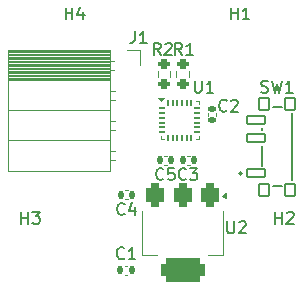
<source format=gbr>
%TF.GenerationSoftware,KiCad,Pcbnew,8.0.5*%
%TF.CreationDate,2024-10-09T15:11:33-04:00*%
%TF.ProjectId,PostureBestICM20948,506f7374-7572-4654-9265-737449434d32,rev?*%
%TF.SameCoordinates,Original*%
%TF.FileFunction,Legend,Top*%
%TF.FilePolarity,Positive*%
%FSLAX46Y46*%
G04 Gerber Fmt 4.6, Leading zero omitted, Abs format (unit mm)*
G04 Created by KiCad (PCBNEW 8.0.5) date 2024-10-09 15:11:33*
%MOMM*%
%LPD*%
G01*
G04 APERTURE LIST*
G04 Aperture macros list*
%AMRoundRect*
0 Rectangle with rounded corners*
0 $1 Rounding radius*
0 $2 $3 $4 $5 $6 $7 $8 $9 X,Y pos of 4 corners*
0 Add a 4 corners polygon primitive as box body*
4,1,4,$2,$3,$4,$5,$6,$7,$8,$9,$2,$3,0*
0 Add four circle primitives for the rounded corners*
1,1,$1+$1,$2,$3*
1,1,$1+$1,$4,$5*
1,1,$1+$1,$6,$7*
1,1,$1+$1,$8,$9*
0 Add four rect primitives between the rounded corners*
20,1,$1+$1,$2,$3,$4,$5,0*
20,1,$1+$1,$4,$5,$6,$7,0*
20,1,$1+$1,$6,$7,$8,$9,0*
20,1,$1+$1,$8,$9,$2,$3,0*%
G04 Aperture macros list end*
%ADD10C,0.150000*%
%ADD11C,0.120000*%
%ADD12C,0.127000*%
%ADD13C,0.200000*%
%ADD14C,2.200000*%
%ADD15RoundRect,0.140000X-0.170000X0.140000X-0.170000X-0.140000X0.170000X-0.140000X0.170000X0.140000X0*%
%ADD16RoundRect,0.200000X0.275000X-0.200000X0.275000X0.200000X-0.275000X0.200000X-0.275000X-0.200000X0*%
%ADD17RoundRect,0.140000X0.140000X0.170000X-0.140000X0.170000X-0.140000X-0.170000X0.140000X-0.170000X0*%
%ADD18C,0.900000*%
%ADD19RoundRect,0.102000X0.750000X-0.350000X0.750000X0.350000X-0.750000X0.350000X-0.750000X-0.350000X0*%
%ADD20RoundRect,0.102000X0.400000X-0.500000X0.400000X0.500000X-0.400000X0.500000X-0.400000X-0.500000X0*%
%ADD21RoundRect,0.140000X-0.140000X-0.170000X0.140000X-0.170000X0.140000X0.170000X-0.140000X0.170000X0*%
%ADD22RoundRect,0.375000X-0.375000X0.625000X-0.375000X-0.625000X0.375000X-0.625000X0.375000X0.625000X0*%
%ADD23RoundRect,0.500000X-1.400000X0.500000X-1.400000X-0.500000X1.400000X-0.500000X1.400000X0.500000X0*%
%ADD24RoundRect,0.050000X-0.225000X-0.050000X0.225000X-0.050000X0.225000X0.050000X-0.225000X0.050000X0*%
%ADD25RoundRect,0.050000X0.050000X-0.225000X0.050000X0.225000X-0.050000X0.225000X-0.050000X-0.225000X0*%
%ADD26R,1.700000X1.700000*%
%ADD27O,1.700000X1.700000*%
G04 APERTURE END LIST*
D10*
X125338095Y-99754819D02*
X125338095Y-98754819D01*
X125338095Y-99231009D02*
X125909523Y-99231009D01*
X125909523Y-99754819D02*
X125909523Y-98754819D01*
X126338095Y-98850057D02*
X126385714Y-98802438D01*
X126385714Y-98802438D02*
X126480952Y-98754819D01*
X126480952Y-98754819D02*
X126719047Y-98754819D01*
X126719047Y-98754819D02*
X126814285Y-98802438D01*
X126814285Y-98802438D02*
X126861904Y-98850057D01*
X126861904Y-98850057D02*
X126909523Y-98945295D01*
X126909523Y-98945295D02*
X126909523Y-99040533D01*
X126909523Y-99040533D02*
X126861904Y-99183390D01*
X126861904Y-99183390D02*
X126290476Y-99754819D01*
X126290476Y-99754819D02*
X126909523Y-99754819D01*
X121233333Y-90159580D02*
X121185714Y-90207200D01*
X121185714Y-90207200D02*
X121042857Y-90254819D01*
X121042857Y-90254819D02*
X120947619Y-90254819D01*
X120947619Y-90254819D02*
X120804762Y-90207200D01*
X120804762Y-90207200D02*
X120709524Y-90111961D01*
X120709524Y-90111961D02*
X120661905Y-90016723D01*
X120661905Y-90016723D02*
X120614286Y-89826247D01*
X120614286Y-89826247D02*
X120614286Y-89683390D01*
X120614286Y-89683390D02*
X120661905Y-89492914D01*
X120661905Y-89492914D02*
X120709524Y-89397676D01*
X120709524Y-89397676D02*
X120804762Y-89302438D01*
X120804762Y-89302438D02*
X120947619Y-89254819D01*
X120947619Y-89254819D02*
X121042857Y-89254819D01*
X121042857Y-89254819D02*
X121185714Y-89302438D01*
X121185714Y-89302438D02*
X121233333Y-89350057D01*
X121614286Y-89350057D02*
X121661905Y-89302438D01*
X121661905Y-89302438D02*
X121757143Y-89254819D01*
X121757143Y-89254819D02*
X121995238Y-89254819D01*
X121995238Y-89254819D02*
X122090476Y-89302438D01*
X122090476Y-89302438D02*
X122138095Y-89350057D01*
X122138095Y-89350057D02*
X122185714Y-89445295D01*
X122185714Y-89445295D02*
X122185714Y-89540533D01*
X122185714Y-89540533D02*
X122138095Y-89683390D01*
X122138095Y-89683390D02*
X121566667Y-90254819D01*
X121566667Y-90254819D02*
X122185714Y-90254819D01*
X103838095Y-99754819D02*
X103838095Y-98754819D01*
X103838095Y-99231009D02*
X104409523Y-99231009D01*
X104409523Y-99754819D02*
X104409523Y-98754819D01*
X104790476Y-98754819D02*
X105409523Y-98754819D01*
X105409523Y-98754819D02*
X105076190Y-99135771D01*
X105076190Y-99135771D02*
X105219047Y-99135771D01*
X105219047Y-99135771D02*
X105314285Y-99183390D01*
X105314285Y-99183390D02*
X105361904Y-99231009D01*
X105361904Y-99231009D02*
X105409523Y-99326247D01*
X105409523Y-99326247D02*
X105409523Y-99564342D01*
X105409523Y-99564342D02*
X105361904Y-99659580D01*
X105361904Y-99659580D02*
X105314285Y-99707200D01*
X105314285Y-99707200D02*
X105219047Y-99754819D01*
X105219047Y-99754819D02*
X104933333Y-99754819D01*
X104933333Y-99754819D02*
X104838095Y-99707200D01*
X104838095Y-99707200D02*
X104790476Y-99659580D01*
X107588095Y-82454819D02*
X107588095Y-81454819D01*
X107588095Y-81931009D02*
X108159523Y-81931009D01*
X108159523Y-82454819D02*
X108159523Y-81454819D01*
X109064285Y-81788152D02*
X109064285Y-82454819D01*
X108826190Y-81407200D02*
X108588095Y-82121485D01*
X108588095Y-82121485D02*
X109207142Y-82121485D01*
X115633333Y-85454819D02*
X115300000Y-84978628D01*
X115061905Y-85454819D02*
X115061905Y-84454819D01*
X115061905Y-84454819D02*
X115442857Y-84454819D01*
X115442857Y-84454819D02*
X115538095Y-84502438D01*
X115538095Y-84502438D02*
X115585714Y-84550057D01*
X115585714Y-84550057D02*
X115633333Y-84645295D01*
X115633333Y-84645295D02*
X115633333Y-84788152D01*
X115633333Y-84788152D02*
X115585714Y-84883390D01*
X115585714Y-84883390D02*
X115538095Y-84931009D01*
X115538095Y-84931009D02*
X115442857Y-84978628D01*
X115442857Y-84978628D02*
X115061905Y-84978628D01*
X116014286Y-84550057D02*
X116061905Y-84502438D01*
X116061905Y-84502438D02*
X116157143Y-84454819D01*
X116157143Y-84454819D02*
X116395238Y-84454819D01*
X116395238Y-84454819D02*
X116490476Y-84502438D01*
X116490476Y-84502438D02*
X116538095Y-84550057D01*
X116538095Y-84550057D02*
X116585714Y-84645295D01*
X116585714Y-84645295D02*
X116585714Y-84740533D01*
X116585714Y-84740533D02*
X116538095Y-84883390D01*
X116538095Y-84883390D02*
X115966667Y-85454819D01*
X115966667Y-85454819D02*
X116585714Y-85454819D01*
X112583333Y-98909580D02*
X112535714Y-98957200D01*
X112535714Y-98957200D02*
X112392857Y-99004819D01*
X112392857Y-99004819D02*
X112297619Y-99004819D01*
X112297619Y-99004819D02*
X112154762Y-98957200D01*
X112154762Y-98957200D02*
X112059524Y-98861961D01*
X112059524Y-98861961D02*
X112011905Y-98766723D01*
X112011905Y-98766723D02*
X111964286Y-98576247D01*
X111964286Y-98576247D02*
X111964286Y-98433390D01*
X111964286Y-98433390D02*
X112011905Y-98242914D01*
X112011905Y-98242914D02*
X112059524Y-98147676D01*
X112059524Y-98147676D02*
X112154762Y-98052438D01*
X112154762Y-98052438D02*
X112297619Y-98004819D01*
X112297619Y-98004819D02*
X112392857Y-98004819D01*
X112392857Y-98004819D02*
X112535714Y-98052438D01*
X112535714Y-98052438D02*
X112583333Y-98100057D01*
X113440476Y-98338152D02*
X113440476Y-99004819D01*
X113202381Y-97957200D02*
X112964286Y-98671485D01*
X112964286Y-98671485D02*
X113583333Y-98671485D01*
X124166667Y-88607200D02*
X124309524Y-88654819D01*
X124309524Y-88654819D02*
X124547619Y-88654819D01*
X124547619Y-88654819D02*
X124642857Y-88607200D01*
X124642857Y-88607200D02*
X124690476Y-88559580D01*
X124690476Y-88559580D02*
X124738095Y-88464342D01*
X124738095Y-88464342D02*
X124738095Y-88369104D01*
X124738095Y-88369104D02*
X124690476Y-88273866D01*
X124690476Y-88273866D02*
X124642857Y-88226247D01*
X124642857Y-88226247D02*
X124547619Y-88178628D01*
X124547619Y-88178628D02*
X124357143Y-88131009D01*
X124357143Y-88131009D02*
X124261905Y-88083390D01*
X124261905Y-88083390D02*
X124214286Y-88035771D01*
X124214286Y-88035771D02*
X124166667Y-87940533D01*
X124166667Y-87940533D02*
X124166667Y-87845295D01*
X124166667Y-87845295D02*
X124214286Y-87750057D01*
X124214286Y-87750057D02*
X124261905Y-87702438D01*
X124261905Y-87702438D02*
X124357143Y-87654819D01*
X124357143Y-87654819D02*
X124595238Y-87654819D01*
X124595238Y-87654819D02*
X124738095Y-87702438D01*
X125071429Y-87654819D02*
X125309524Y-88654819D01*
X125309524Y-88654819D02*
X125500000Y-87940533D01*
X125500000Y-87940533D02*
X125690476Y-88654819D01*
X125690476Y-88654819D02*
X125928572Y-87654819D01*
X126833333Y-88654819D02*
X126261905Y-88654819D01*
X126547619Y-88654819D02*
X126547619Y-87654819D01*
X126547619Y-87654819D02*
X126452381Y-87797676D01*
X126452381Y-87797676D02*
X126357143Y-87892914D01*
X126357143Y-87892914D02*
X126261905Y-87940533D01*
X117773333Y-95959580D02*
X117725714Y-96007200D01*
X117725714Y-96007200D02*
X117582857Y-96054819D01*
X117582857Y-96054819D02*
X117487619Y-96054819D01*
X117487619Y-96054819D02*
X117344762Y-96007200D01*
X117344762Y-96007200D02*
X117249524Y-95911961D01*
X117249524Y-95911961D02*
X117201905Y-95816723D01*
X117201905Y-95816723D02*
X117154286Y-95626247D01*
X117154286Y-95626247D02*
X117154286Y-95483390D01*
X117154286Y-95483390D02*
X117201905Y-95292914D01*
X117201905Y-95292914D02*
X117249524Y-95197676D01*
X117249524Y-95197676D02*
X117344762Y-95102438D01*
X117344762Y-95102438D02*
X117487619Y-95054819D01*
X117487619Y-95054819D02*
X117582857Y-95054819D01*
X117582857Y-95054819D02*
X117725714Y-95102438D01*
X117725714Y-95102438D02*
X117773333Y-95150057D01*
X118106667Y-95054819D02*
X118725714Y-95054819D01*
X118725714Y-95054819D02*
X118392381Y-95435771D01*
X118392381Y-95435771D02*
X118535238Y-95435771D01*
X118535238Y-95435771D02*
X118630476Y-95483390D01*
X118630476Y-95483390D02*
X118678095Y-95531009D01*
X118678095Y-95531009D02*
X118725714Y-95626247D01*
X118725714Y-95626247D02*
X118725714Y-95864342D01*
X118725714Y-95864342D02*
X118678095Y-95959580D01*
X118678095Y-95959580D02*
X118630476Y-96007200D01*
X118630476Y-96007200D02*
X118535238Y-96054819D01*
X118535238Y-96054819D02*
X118249524Y-96054819D01*
X118249524Y-96054819D02*
X118154286Y-96007200D01*
X118154286Y-96007200D02*
X118106667Y-95959580D01*
X115873333Y-95959580D02*
X115825714Y-96007200D01*
X115825714Y-96007200D02*
X115682857Y-96054819D01*
X115682857Y-96054819D02*
X115587619Y-96054819D01*
X115587619Y-96054819D02*
X115444762Y-96007200D01*
X115444762Y-96007200D02*
X115349524Y-95911961D01*
X115349524Y-95911961D02*
X115301905Y-95816723D01*
X115301905Y-95816723D02*
X115254286Y-95626247D01*
X115254286Y-95626247D02*
X115254286Y-95483390D01*
X115254286Y-95483390D02*
X115301905Y-95292914D01*
X115301905Y-95292914D02*
X115349524Y-95197676D01*
X115349524Y-95197676D02*
X115444762Y-95102438D01*
X115444762Y-95102438D02*
X115587619Y-95054819D01*
X115587619Y-95054819D02*
X115682857Y-95054819D01*
X115682857Y-95054819D02*
X115825714Y-95102438D01*
X115825714Y-95102438D02*
X115873333Y-95150057D01*
X116778095Y-95054819D02*
X116301905Y-95054819D01*
X116301905Y-95054819D02*
X116254286Y-95531009D01*
X116254286Y-95531009D02*
X116301905Y-95483390D01*
X116301905Y-95483390D02*
X116397143Y-95435771D01*
X116397143Y-95435771D02*
X116635238Y-95435771D01*
X116635238Y-95435771D02*
X116730476Y-95483390D01*
X116730476Y-95483390D02*
X116778095Y-95531009D01*
X116778095Y-95531009D02*
X116825714Y-95626247D01*
X116825714Y-95626247D02*
X116825714Y-95864342D01*
X116825714Y-95864342D02*
X116778095Y-95959580D01*
X116778095Y-95959580D02*
X116730476Y-96007200D01*
X116730476Y-96007200D02*
X116635238Y-96054819D01*
X116635238Y-96054819D02*
X116397143Y-96054819D01*
X116397143Y-96054819D02*
X116301905Y-96007200D01*
X116301905Y-96007200D02*
X116254286Y-95959580D01*
X117433333Y-85454819D02*
X117100000Y-84978628D01*
X116861905Y-85454819D02*
X116861905Y-84454819D01*
X116861905Y-84454819D02*
X117242857Y-84454819D01*
X117242857Y-84454819D02*
X117338095Y-84502438D01*
X117338095Y-84502438D02*
X117385714Y-84550057D01*
X117385714Y-84550057D02*
X117433333Y-84645295D01*
X117433333Y-84645295D02*
X117433333Y-84788152D01*
X117433333Y-84788152D02*
X117385714Y-84883390D01*
X117385714Y-84883390D02*
X117338095Y-84931009D01*
X117338095Y-84931009D02*
X117242857Y-84978628D01*
X117242857Y-84978628D02*
X116861905Y-84978628D01*
X118385714Y-85454819D02*
X117814286Y-85454819D01*
X118100000Y-85454819D02*
X118100000Y-84454819D01*
X118100000Y-84454819D02*
X118004762Y-84597676D01*
X118004762Y-84597676D02*
X117909524Y-84692914D01*
X117909524Y-84692914D02*
X117814286Y-84740533D01*
X121288095Y-99554819D02*
X121288095Y-100364342D01*
X121288095Y-100364342D02*
X121335714Y-100459580D01*
X121335714Y-100459580D02*
X121383333Y-100507200D01*
X121383333Y-100507200D02*
X121478571Y-100554819D01*
X121478571Y-100554819D02*
X121669047Y-100554819D01*
X121669047Y-100554819D02*
X121764285Y-100507200D01*
X121764285Y-100507200D02*
X121811904Y-100459580D01*
X121811904Y-100459580D02*
X121859523Y-100364342D01*
X121859523Y-100364342D02*
X121859523Y-99554819D01*
X122288095Y-99650057D02*
X122335714Y-99602438D01*
X122335714Y-99602438D02*
X122430952Y-99554819D01*
X122430952Y-99554819D02*
X122669047Y-99554819D01*
X122669047Y-99554819D02*
X122764285Y-99602438D01*
X122764285Y-99602438D02*
X122811904Y-99650057D01*
X122811904Y-99650057D02*
X122859523Y-99745295D01*
X122859523Y-99745295D02*
X122859523Y-99840533D01*
X122859523Y-99840533D02*
X122811904Y-99983390D01*
X122811904Y-99983390D02*
X122240476Y-100554819D01*
X122240476Y-100554819D02*
X122859523Y-100554819D01*
X121588095Y-82454819D02*
X121588095Y-81454819D01*
X121588095Y-81931009D02*
X122159523Y-81931009D01*
X122159523Y-82454819D02*
X122159523Y-81454819D01*
X123159523Y-82454819D02*
X122588095Y-82454819D01*
X122873809Y-82454819D02*
X122873809Y-81454819D01*
X122873809Y-81454819D02*
X122778571Y-81597676D01*
X122778571Y-81597676D02*
X122683333Y-81692914D01*
X122683333Y-81692914D02*
X122588095Y-81740533D01*
X118538095Y-87654819D02*
X118538095Y-88464342D01*
X118538095Y-88464342D02*
X118585714Y-88559580D01*
X118585714Y-88559580D02*
X118633333Y-88607200D01*
X118633333Y-88607200D02*
X118728571Y-88654819D01*
X118728571Y-88654819D02*
X118919047Y-88654819D01*
X118919047Y-88654819D02*
X119014285Y-88607200D01*
X119014285Y-88607200D02*
X119061904Y-88559580D01*
X119061904Y-88559580D02*
X119109523Y-88464342D01*
X119109523Y-88464342D02*
X119109523Y-87654819D01*
X120109523Y-88654819D02*
X119538095Y-88654819D01*
X119823809Y-88654819D02*
X119823809Y-87654819D01*
X119823809Y-87654819D02*
X119728571Y-87797676D01*
X119728571Y-87797676D02*
X119633333Y-87892914D01*
X119633333Y-87892914D02*
X119538095Y-87940533D01*
X112553333Y-102659580D02*
X112505714Y-102707200D01*
X112505714Y-102707200D02*
X112362857Y-102754819D01*
X112362857Y-102754819D02*
X112267619Y-102754819D01*
X112267619Y-102754819D02*
X112124762Y-102707200D01*
X112124762Y-102707200D02*
X112029524Y-102611961D01*
X112029524Y-102611961D02*
X111981905Y-102516723D01*
X111981905Y-102516723D02*
X111934286Y-102326247D01*
X111934286Y-102326247D02*
X111934286Y-102183390D01*
X111934286Y-102183390D02*
X111981905Y-101992914D01*
X111981905Y-101992914D02*
X112029524Y-101897676D01*
X112029524Y-101897676D02*
X112124762Y-101802438D01*
X112124762Y-101802438D02*
X112267619Y-101754819D01*
X112267619Y-101754819D02*
X112362857Y-101754819D01*
X112362857Y-101754819D02*
X112505714Y-101802438D01*
X112505714Y-101802438D02*
X112553333Y-101850057D01*
X113505714Y-102754819D02*
X112934286Y-102754819D01*
X113220000Y-102754819D02*
X113220000Y-101754819D01*
X113220000Y-101754819D02*
X113124762Y-101897676D01*
X113124762Y-101897676D02*
X113029524Y-101992914D01*
X113029524Y-101992914D02*
X112934286Y-102040533D01*
X113466666Y-83454819D02*
X113466666Y-84169104D01*
X113466666Y-84169104D02*
X113419047Y-84311961D01*
X113419047Y-84311961D02*
X113323809Y-84407200D01*
X113323809Y-84407200D02*
X113180952Y-84454819D01*
X113180952Y-84454819D02*
X113085714Y-84454819D01*
X114466666Y-84454819D02*
X113895238Y-84454819D01*
X114180952Y-84454819D02*
X114180952Y-83454819D01*
X114180952Y-83454819D02*
X114085714Y-83597676D01*
X114085714Y-83597676D02*
X113990476Y-83692914D01*
X113990476Y-83692914D02*
X113895238Y-83740533D01*
D11*
%TO.C,C2*%
X119640000Y-90392164D02*
X119640000Y-90607836D01*
X120360000Y-90392164D02*
X120360000Y-90607836D01*
%TO.C,R2*%
X115377500Y-87337258D02*
X115377500Y-86862742D01*
X116422500Y-87337258D02*
X116422500Y-86862742D01*
%TO.C,C4*%
X112857836Y-96940000D02*
X112642164Y-96940000D01*
X112857836Y-97660000D02*
X112642164Y-97660000D01*
D12*
%TO.C,SW1*%
X124200000Y-91830000D02*
X124200000Y-91670000D01*
X124200000Y-94830000D02*
X124200000Y-93170000D01*
X125880000Y-89900000D02*
X125120000Y-89900000D01*
X125880000Y-96600000D02*
X125120000Y-96600000D01*
X126800000Y-90420000D02*
X126800000Y-96080000D01*
D13*
X122500000Y-95500000D02*
G75*
G02*
X122300000Y-95500000I-100000J0D01*
G01*
X122300000Y-95500000D02*
G75*
G02*
X122500000Y-95500000I100000J0D01*
G01*
D11*
%TO.C,C3*%
X117912164Y-94040000D02*
X118127836Y-94040000D01*
X117912164Y-94760000D02*
X118127836Y-94760000D01*
%TO.C,C5*%
X116147836Y-94040000D02*
X115932164Y-94040000D01*
X116147836Y-94760000D02*
X115932164Y-94760000D01*
%TO.C,R1*%
X116977500Y-87337258D02*
X116977500Y-86862742D01*
X118022500Y-87337258D02*
X118022500Y-86862742D01*
%TO.C,U2*%
X114090000Y-98650000D02*
X114090000Y-102410000D01*
X114090000Y-102410000D02*
X115350000Y-102410000D01*
X120910000Y-98650000D02*
X120910000Y-102410000D01*
X120910000Y-102410000D02*
X119650000Y-102410000D01*
X121140000Y-97610000D02*
X120810000Y-97370000D01*
X121140000Y-97130000D01*
X121140000Y-97610000D01*
G36*
X121140000Y-97610000D02*
G01*
X120810000Y-97370000D01*
X121140000Y-97130000D01*
X121140000Y-97610000D01*
G37*
%TO.C,U1*%
X115650000Y-92600000D02*
X115650000Y-92350000D01*
X115650000Y-92600000D02*
X115900000Y-92600000D01*
X118850000Y-89400000D02*
X118600000Y-89400000D01*
X118850000Y-89400000D02*
X118850000Y-89650000D01*
X118850000Y-92600000D02*
X118600000Y-92600000D01*
X118850000Y-92600000D02*
X118850000Y-92350000D01*
X115650000Y-89400000D02*
X115410000Y-89070000D01*
X115890000Y-89070000D01*
X115650000Y-89400000D01*
G36*
X115650000Y-89400000D02*
G01*
X115410000Y-89070000D01*
X115890000Y-89070000D01*
X115650000Y-89400000D01*
G37*
%TO.C,C1*%
X112827836Y-103340000D02*
X112612164Y-103340000D01*
X112827836Y-104060000D02*
X112612164Y-104060000D01*
%TO.C,J1*%
X102710000Y-85020000D02*
X102710000Y-95300000D01*
X102710000Y-85020000D02*
X111340000Y-85020000D01*
X102710000Y-85140000D02*
X111340000Y-85140000D01*
X102710000Y-85258095D02*
X111340000Y-85258095D01*
X102710000Y-85376190D02*
X111340000Y-85376190D01*
X102710000Y-85494285D02*
X111340000Y-85494285D01*
X102710000Y-85612380D02*
X111340000Y-85612380D01*
X102710000Y-85730475D02*
X111340000Y-85730475D01*
X102710000Y-85848570D02*
X111340000Y-85848570D01*
X102710000Y-85966665D02*
X111340000Y-85966665D01*
X102710000Y-86084760D02*
X111340000Y-86084760D01*
X102710000Y-86202855D02*
X111340000Y-86202855D01*
X102710000Y-86320950D02*
X111340000Y-86320950D01*
X102710000Y-86439045D02*
X111340000Y-86439045D01*
X102710000Y-86557140D02*
X111340000Y-86557140D01*
X102710000Y-86675235D02*
X111340000Y-86675235D01*
X102710000Y-86793330D02*
X111340000Y-86793330D01*
X102710000Y-86911425D02*
X111340000Y-86911425D01*
X102710000Y-87029520D02*
X111340000Y-87029520D01*
X102710000Y-87147615D02*
X111340000Y-87147615D01*
X102710000Y-87265710D02*
X111340000Y-87265710D01*
X102710000Y-87383805D02*
X111340000Y-87383805D01*
X102710000Y-87501900D02*
X111340000Y-87501900D01*
X102710000Y-87620000D02*
X111340000Y-87620000D01*
X102710000Y-90160000D02*
X111340000Y-90160000D01*
X102710000Y-92700000D02*
X111340000Y-92700000D01*
X102710000Y-95300000D02*
X111340000Y-95300000D01*
X111340000Y-85020000D02*
X111340000Y-95300000D01*
X111340000Y-85990000D02*
X111690000Y-85990000D01*
X111340000Y-86710000D02*
X111690000Y-86710000D01*
X111340000Y-88530000D02*
X111750000Y-88530000D01*
X111340000Y-89250000D02*
X111750000Y-89250000D01*
X111340000Y-91070000D02*
X111750000Y-91070000D01*
X111340000Y-91790000D02*
X111750000Y-91790000D01*
X111340000Y-93610000D02*
X111750000Y-93610000D01*
X111340000Y-94330000D02*
X111750000Y-94330000D01*
X112800000Y-85020000D02*
X113910000Y-85020000D01*
X113910000Y-85020000D02*
X113910000Y-86350000D01*
%TD*%
%LPC*%
D14*
%TO.C,H2*%
X126100000Y-102500000D03*
%TD*%
D15*
%TO.C,C2*%
X120000000Y-90020000D03*
X120000000Y-90980000D03*
%TD*%
D14*
%TO.C,H3*%
X104600000Y-102500000D03*
%TD*%
%TO.C,H4*%
X104600000Y-82000000D03*
%TD*%
D16*
%TO.C,R2*%
X115900000Y-87925000D03*
X115900000Y-86275000D03*
%TD*%
D17*
%TO.C,C4*%
X113230000Y-97300000D03*
X112270000Y-97300000D03*
%TD*%
D18*
%TO.C,SW1*%
X125500000Y-94750000D03*
X125500000Y-91750000D03*
D19*
X123750000Y-95500000D03*
X123750000Y-92500000D03*
X123750000Y-91000000D03*
D20*
X124400000Y-96900000D03*
X124400000Y-89600000D03*
X126600000Y-96900000D03*
X126600000Y-89600000D03*
%TD*%
D21*
%TO.C,C3*%
X117540000Y-94400000D03*
X118500000Y-94400000D03*
%TD*%
D17*
%TO.C,C5*%
X116520000Y-94400000D03*
X115560000Y-94400000D03*
%TD*%
D16*
%TO.C,R1*%
X117500000Y-87925000D03*
X117500000Y-86275000D03*
%TD*%
D22*
%TO.C,U2*%
X119800000Y-97350000D03*
X117500000Y-97350000D03*
D23*
X117500000Y-103650000D03*
D22*
X115200000Y-97350000D03*
%TD*%
D14*
%TO.C,H1*%
X126100000Y-82000000D03*
%TD*%
D24*
%TO.C,U1*%
X115750000Y-90000000D03*
X115750000Y-90400000D03*
X115750000Y-90800000D03*
X115750000Y-91200000D03*
X115750000Y-91600000D03*
X115750000Y-92000000D03*
D25*
X116250000Y-92500000D03*
X116650000Y-92500000D03*
X117050000Y-92500000D03*
X117450000Y-92500000D03*
X117850000Y-92500000D03*
X118250000Y-92500000D03*
D24*
X118750000Y-92000000D03*
X118750000Y-91600000D03*
X118750000Y-91200000D03*
X118750000Y-90800000D03*
X118750000Y-90400000D03*
X118750000Y-90000000D03*
D25*
X118250000Y-89500000D03*
X117850000Y-89500000D03*
X117450000Y-89500000D03*
X117050000Y-89500000D03*
X116650000Y-89500000D03*
X116250000Y-89500000D03*
%TD*%
D17*
%TO.C,C1*%
X113200000Y-103700000D03*
X112240000Y-103700000D03*
%TD*%
D26*
%TO.C,J1*%
X112800000Y-86350000D03*
D27*
X112800000Y-88890000D03*
X112800000Y-91430000D03*
X112800000Y-93970000D03*
%TD*%
%LPD*%
M02*

</source>
